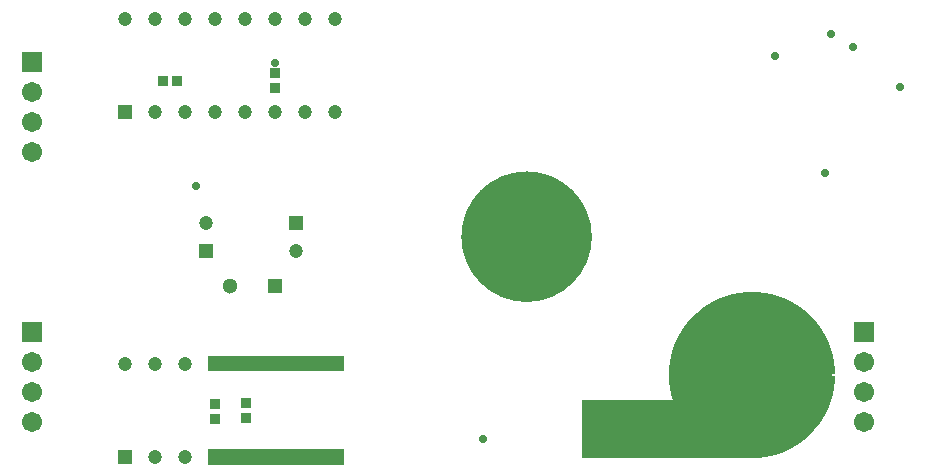
<source format=gbr>
%TF.GenerationSoftware,Altium Limited,Altium Designer,23.3.1 (30)*%
G04 Layer_Color=16711935*
%FSLAX45Y45*%
%MOMM*%
%TF.SameCoordinates,5C971558-4B59-40B4-890D-9BFF8048EDD7*%
%TF.FilePolarity,Negative*%
%TF.FileFunction,Soldermask,Bot*%
%TF.Part,Single*%
G01*
G75*
%TA.AperFunction,NonConductor*%
%ADD11C,0.25400*%
%TA.AperFunction,SMDPad,CuDef*%
%ADD18R,0.90620X0.85490*%
%TA.AperFunction,ComponentPad*%
%ADD23R,1.20000X1.20000*%
%ADD24C,1.20000*%
%ADD25C,1.30000*%
%ADD26R,1.30000X1.30000*%
%ADD29R,1.20000X1.20000*%
%TA.AperFunction,SMDPad,CuDef*%
%ADD32R,0.85490X0.90620*%
G04:AMPARAMS|DCode=33|XSize=0.7562mm|YSize=1.1062mm|CornerRadius=0mm|HoleSize=0mm|Usage=FLASHONLY|Rotation=135.000|XOffset=0mm|YOffset=0mm|HoleType=Round|Shape=Rectangle|*
%AMROTATEDRECTD33*
4,1,4,0.65846,0.12374,-0.12374,-0.65846,-0.65846,-0.12374,0.12374,0.65846,0.65846,0.12374,0.0*
%
%ADD33ROTATEDRECTD33*%

%TA.AperFunction,ComponentPad*%
%ADD36C,1.70320*%
%ADD37R,1.70320X1.70320*%
%TA.AperFunction,ViaPad*%
%ADD38C,0.70320*%
G36*
X8980000Y5550000D02*
Y5420000D01*
X10130000D01*
Y5550000D01*
X8980000D01*
D02*
G37*
G36*
X8985000Y6340000D02*
Y6210000D01*
X10135000D01*
Y6340000D01*
X8985000D01*
D02*
G37*
G36*
X11785647Y7881124D02*
X11854069Y7862791D01*
X11919512Y7835683D01*
X11980858Y7800265D01*
X12037055Y7757143D01*
X12087143Y7707055D01*
X12130265Y7650858D01*
X12165683Y7589512D01*
X12192791Y7524069D01*
X12211124Y7455647D01*
X12220370Y7385418D01*
Y7350000D01*
Y7314582D01*
X12211124Y7244353D01*
X12192791Y7175931D01*
X12165683Y7110487D01*
X12130265Y7049142D01*
X12087143Y6992945D01*
X12037055Y6942856D01*
X11980858Y6899734D01*
X11919512Y6864317D01*
X11854069Y6837209D01*
X11785647Y6818876D01*
X11715418Y6809630D01*
X11644582D01*
X11574353Y6818876D01*
X11505931Y6837209D01*
X11440487Y6864317D01*
X11379142Y6899734D01*
X11322945Y6942856D01*
X11272856Y6992945D01*
X11229734Y7049142D01*
X11194317Y7110487D01*
X11167209Y7175931D01*
X11148876Y7244353D01*
X11139630Y7314582D01*
Y7350000D01*
Y7385418D01*
X11148876Y7455647D01*
X11167209Y7524069D01*
X11194317Y7589512D01*
X11229734Y7650858D01*
X11272856Y7707055D01*
X11322945Y7757143D01*
X11379142Y7800265D01*
X11440487Y7835683D01*
X11505931Y7862791D01*
X11574353Y7881124D01*
X11644582Y7890370D01*
X11715418D01*
X11785647Y7881124D01*
D02*
G37*
G36*
X13707205Y6875023D02*
X13784283Y6857432D01*
X13858907Y6831323D01*
X13930138Y6797022D01*
X13997079Y6754962D01*
X14058893Y6705671D01*
X14114799Y6649770D01*
X14164093Y6587960D01*
X14206158Y6521020D01*
X14240463Y6449791D01*
X14266577Y6375169D01*
X14284172Y6298092D01*
X14293027Y6219530D01*
X14293028Y6185256D01*
X14285579Y6192720D01*
X14275026Y6192730D01*
X14267557Y6185275D01*
X14267552Y6179999D01*
X14267552Y6174723D01*
X14275014Y6167262D01*
X14285567Y6167262D01*
X14293028Y6174724D01*
Y6180000D01*
X14293028Y6185256D01*
X14293033Y6185251D01*
X14293028Y6179974D01*
X14293028D01*
X14293028Y6140445D01*
X14284177Y6061882D01*
X14266583Y5984805D01*
X14240472Y5910182D01*
X14206171Y5838952D01*
X14164108Y5772010D01*
X14114816Y5710199D01*
X14058913Y5654295D01*
X13997101Y5605002D01*
X13930161Y5562939D01*
X13858929Y5528636D01*
X13784306Y5502524D01*
X13707230Y5484931D01*
X13628668Y5476078D01*
X13549608Y5476078D01*
X13549602Y5476078D01*
X12148668D01*
Y5966078D01*
X12918233D01*
X12911684Y5984793D01*
X12894089Y6061870D01*
X12885236Y6140432D01*
X12885236Y6219491D01*
X12894086Y6298054D01*
X12911676Y6375132D01*
X12937785Y6449755D01*
X12972087Y6520986D01*
X13014148Y6587928D01*
X13063438Y6649741D01*
X13119342Y6705646D01*
X13181152Y6754940D01*
X13248093Y6797004D01*
X13319321Y6831308D01*
X13393944Y6857422D01*
X13471021Y6875016D01*
X13549583Y6883870D01*
X13628642Y6883872D01*
X13707205Y6875023D01*
D02*
G37*
D11*
X12220370Y7350000D02*
G03*
X12220370Y7350000I-540370J0D01*
G01*
D18*
X9300000Y5814870D02*
D03*
Y5940000D02*
D03*
X9040000Y5807435D02*
D03*
Y5932565D02*
D03*
X9550000Y8732565D02*
D03*
Y8607435D02*
D03*
D23*
X8281000Y5486500D02*
D03*
Y8410000D02*
D03*
D24*
X8535000Y5486500D02*
D03*
X8789000D02*
D03*
X9043000D02*
D03*
X9297000D02*
D03*
X9551000D02*
D03*
X9805000D02*
D03*
X10059000D02*
D03*
Y6273500D02*
D03*
X9805000D02*
D03*
X9551000D02*
D03*
X9297000D02*
D03*
X9043000D02*
D03*
X8789000D02*
D03*
X8535000D02*
D03*
X8281000D02*
D03*
X8535000Y8410000D02*
D03*
X8789000D02*
D03*
X9043000D02*
D03*
X9297000D02*
D03*
X9551000D02*
D03*
X9805000D02*
D03*
X10059000D02*
D03*
Y9197000D02*
D03*
X9805000D02*
D03*
X9551000D02*
D03*
X9297000D02*
D03*
X9043000D02*
D03*
X8789000D02*
D03*
X8535000D02*
D03*
X8281000D02*
D03*
X9731300Y7230000D02*
D03*
X8968700Y7470000D02*
D03*
D25*
X11849605Y7170395D02*
D03*
X11490395D02*
D03*
X11849605Y7529605D02*
D03*
X11490395D02*
D03*
X11416000Y7350000D02*
D03*
X11670000Y7096000D02*
D03*
Y7604000D02*
D03*
X9169500Y6930000D02*
D03*
D26*
X11924000Y7350000D02*
D03*
X9550500Y6930000D02*
D03*
D29*
X8968700Y7230000D02*
D03*
X9731300Y7470000D02*
D03*
D32*
X8597435Y8670000D02*
D03*
X8722565D02*
D03*
D33*
X11614593Y7425407D02*
D03*
X11745407Y7294593D02*
D03*
D36*
X7493300Y5777300D02*
D03*
Y6031300D02*
D03*
Y6285300D02*
D03*
Y8571300D02*
D03*
Y8317300D02*
D03*
Y8063300D02*
D03*
X14535451Y6285300D02*
D03*
Y6031300D02*
D03*
Y5777300D02*
D03*
D37*
X7493300Y6539300D02*
D03*
Y8825300D02*
D03*
X14535451Y6539300D02*
D03*
D38*
X14210001Y7890000D02*
D03*
X11310000Y5640000D02*
D03*
X9550000Y8820000D02*
D03*
X14260001Y9070000D02*
D03*
X14839999Y8620000D02*
D03*
X13780000Y8880000D02*
D03*
X8880000Y7780000D02*
D03*
X14439999Y8960000D02*
D03*
%TF.MD5,d798bc87b15a5bc946cc8e0322da2cea*%
M02*

</source>
